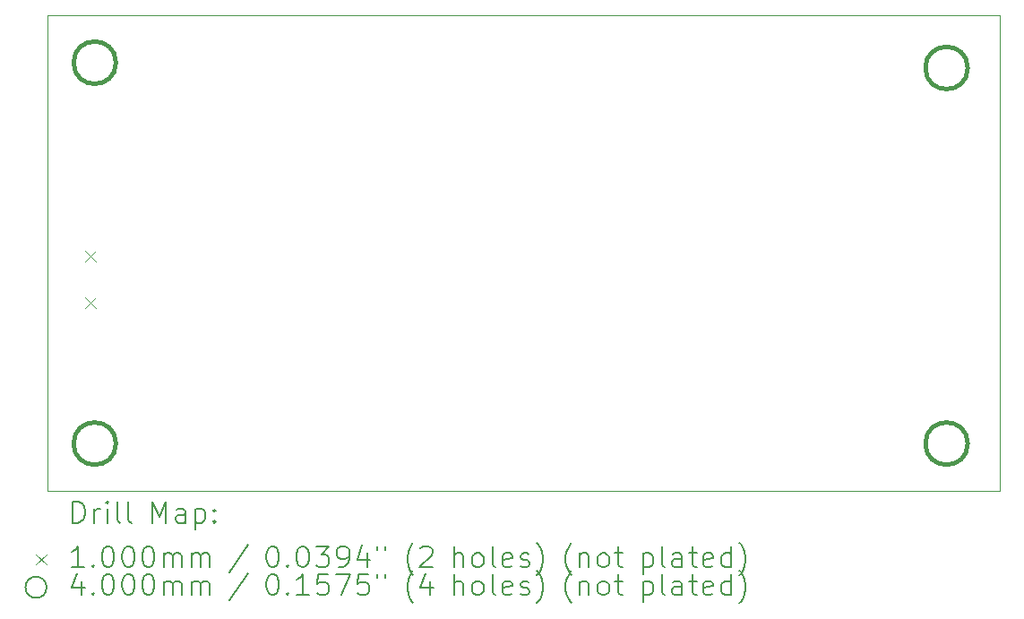
<source format=gbr>
%TF.GenerationSoftware,KiCad,Pcbnew,(7.0.0)*%
%TF.CreationDate,2023-04-21T02:07:05-06:00*%
%TF.ProjectId,Phase_B_ATMEGA_v3,50686173-655f-4425-9f41-544d4547415f,rev?*%
%TF.SameCoordinates,Original*%
%TF.FileFunction,Drillmap*%
%TF.FilePolarity,Positive*%
%FSLAX45Y45*%
G04 Gerber Fmt 4.5, Leading zero omitted, Abs format (unit mm)*
G04 Created by KiCad (PCBNEW (7.0.0)) date 2023-04-21 02:07:05*
%MOMM*%
%LPD*%
G01*
G04 APERTURE LIST*
%ADD10C,0.100000*%
%ADD11C,0.200000*%
%ADD12C,0.400000*%
G04 APERTURE END LIST*
D10*
X5607500Y-4980000D02*
X14607500Y-4980000D01*
X14607500Y-4980000D02*
X14607500Y-9480000D01*
X14607500Y-9480000D02*
X5607500Y-9480000D01*
X5607500Y-9480000D02*
X5607500Y-4980000D01*
D11*
D10*
X5965000Y-7210000D02*
X6065000Y-7310000D01*
X6065000Y-7210000D02*
X5965000Y-7310000D01*
X5965000Y-7650000D02*
X6065000Y-7750000D01*
X6065000Y-7650000D02*
X5965000Y-7750000D01*
D12*
X6257500Y-5430000D02*
G75*
G03*
X6257500Y-5430000I-200000J0D01*
G01*
X6257500Y-9030000D02*
G75*
G03*
X6257500Y-9030000I-200000J0D01*
G01*
X14307500Y-5480000D02*
G75*
G03*
X14307500Y-5480000I-200000J0D01*
G01*
X14307500Y-9030000D02*
G75*
G03*
X14307500Y-9030000I-200000J0D01*
G01*
D11*
X5850119Y-9778476D02*
X5850119Y-9578476D01*
X5850119Y-9578476D02*
X5897738Y-9578476D01*
X5897738Y-9578476D02*
X5926309Y-9588000D01*
X5926309Y-9588000D02*
X5945357Y-9607048D01*
X5945357Y-9607048D02*
X5954881Y-9626095D01*
X5954881Y-9626095D02*
X5964405Y-9664190D01*
X5964405Y-9664190D02*
X5964405Y-9692762D01*
X5964405Y-9692762D02*
X5954881Y-9730857D01*
X5954881Y-9730857D02*
X5945357Y-9749905D01*
X5945357Y-9749905D02*
X5926309Y-9768952D01*
X5926309Y-9768952D02*
X5897738Y-9778476D01*
X5897738Y-9778476D02*
X5850119Y-9778476D01*
X6050119Y-9778476D02*
X6050119Y-9645143D01*
X6050119Y-9683238D02*
X6059643Y-9664190D01*
X6059643Y-9664190D02*
X6069167Y-9654667D01*
X6069167Y-9654667D02*
X6088214Y-9645143D01*
X6088214Y-9645143D02*
X6107262Y-9645143D01*
X6173928Y-9778476D02*
X6173928Y-9645143D01*
X6173928Y-9578476D02*
X6164405Y-9588000D01*
X6164405Y-9588000D02*
X6173928Y-9597524D01*
X6173928Y-9597524D02*
X6183452Y-9588000D01*
X6183452Y-9588000D02*
X6173928Y-9578476D01*
X6173928Y-9578476D02*
X6173928Y-9597524D01*
X6297738Y-9778476D02*
X6278690Y-9768952D01*
X6278690Y-9768952D02*
X6269167Y-9749905D01*
X6269167Y-9749905D02*
X6269167Y-9578476D01*
X6402500Y-9778476D02*
X6383452Y-9768952D01*
X6383452Y-9768952D02*
X6373928Y-9749905D01*
X6373928Y-9749905D02*
X6373928Y-9578476D01*
X6598690Y-9778476D02*
X6598690Y-9578476D01*
X6598690Y-9578476D02*
X6665357Y-9721333D01*
X6665357Y-9721333D02*
X6732024Y-9578476D01*
X6732024Y-9578476D02*
X6732024Y-9778476D01*
X6912976Y-9778476D02*
X6912976Y-9673714D01*
X6912976Y-9673714D02*
X6903452Y-9654667D01*
X6903452Y-9654667D02*
X6884405Y-9645143D01*
X6884405Y-9645143D02*
X6846309Y-9645143D01*
X6846309Y-9645143D02*
X6827262Y-9654667D01*
X6912976Y-9768952D02*
X6893928Y-9778476D01*
X6893928Y-9778476D02*
X6846309Y-9778476D01*
X6846309Y-9778476D02*
X6827262Y-9768952D01*
X6827262Y-9768952D02*
X6817738Y-9749905D01*
X6817738Y-9749905D02*
X6817738Y-9730857D01*
X6817738Y-9730857D02*
X6827262Y-9711810D01*
X6827262Y-9711810D02*
X6846309Y-9702286D01*
X6846309Y-9702286D02*
X6893928Y-9702286D01*
X6893928Y-9702286D02*
X6912976Y-9692762D01*
X7008214Y-9645143D02*
X7008214Y-9845143D01*
X7008214Y-9654667D02*
X7027262Y-9645143D01*
X7027262Y-9645143D02*
X7065357Y-9645143D01*
X7065357Y-9645143D02*
X7084405Y-9654667D01*
X7084405Y-9654667D02*
X7093928Y-9664190D01*
X7093928Y-9664190D02*
X7103452Y-9683238D01*
X7103452Y-9683238D02*
X7103452Y-9740381D01*
X7103452Y-9740381D02*
X7093928Y-9759429D01*
X7093928Y-9759429D02*
X7084405Y-9768952D01*
X7084405Y-9768952D02*
X7065357Y-9778476D01*
X7065357Y-9778476D02*
X7027262Y-9778476D01*
X7027262Y-9778476D02*
X7008214Y-9768952D01*
X7189167Y-9759429D02*
X7198690Y-9768952D01*
X7198690Y-9768952D02*
X7189167Y-9778476D01*
X7189167Y-9778476D02*
X7179643Y-9768952D01*
X7179643Y-9768952D02*
X7189167Y-9759429D01*
X7189167Y-9759429D02*
X7189167Y-9778476D01*
X7189167Y-9654667D02*
X7198690Y-9664190D01*
X7198690Y-9664190D02*
X7189167Y-9673714D01*
X7189167Y-9673714D02*
X7179643Y-9664190D01*
X7179643Y-9664190D02*
X7189167Y-9654667D01*
X7189167Y-9654667D02*
X7189167Y-9673714D01*
D10*
X5502500Y-10075000D02*
X5602500Y-10175000D01*
X5602500Y-10075000D02*
X5502500Y-10175000D01*
D11*
X5954881Y-10198476D02*
X5840595Y-10198476D01*
X5897738Y-10198476D02*
X5897738Y-9998476D01*
X5897738Y-9998476D02*
X5878690Y-10027048D01*
X5878690Y-10027048D02*
X5859643Y-10046095D01*
X5859643Y-10046095D02*
X5840595Y-10055619D01*
X6040595Y-10179429D02*
X6050119Y-10188952D01*
X6050119Y-10188952D02*
X6040595Y-10198476D01*
X6040595Y-10198476D02*
X6031071Y-10188952D01*
X6031071Y-10188952D02*
X6040595Y-10179429D01*
X6040595Y-10179429D02*
X6040595Y-10198476D01*
X6173928Y-9998476D02*
X6192976Y-9998476D01*
X6192976Y-9998476D02*
X6212024Y-10008000D01*
X6212024Y-10008000D02*
X6221548Y-10017524D01*
X6221548Y-10017524D02*
X6231071Y-10036571D01*
X6231071Y-10036571D02*
X6240595Y-10074667D01*
X6240595Y-10074667D02*
X6240595Y-10122286D01*
X6240595Y-10122286D02*
X6231071Y-10160381D01*
X6231071Y-10160381D02*
X6221548Y-10179429D01*
X6221548Y-10179429D02*
X6212024Y-10188952D01*
X6212024Y-10188952D02*
X6192976Y-10198476D01*
X6192976Y-10198476D02*
X6173928Y-10198476D01*
X6173928Y-10198476D02*
X6154881Y-10188952D01*
X6154881Y-10188952D02*
X6145357Y-10179429D01*
X6145357Y-10179429D02*
X6135833Y-10160381D01*
X6135833Y-10160381D02*
X6126309Y-10122286D01*
X6126309Y-10122286D02*
X6126309Y-10074667D01*
X6126309Y-10074667D02*
X6135833Y-10036571D01*
X6135833Y-10036571D02*
X6145357Y-10017524D01*
X6145357Y-10017524D02*
X6154881Y-10008000D01*
X6154881Y-10008000D02*
X6173928Y-9998476D01*
X6364405Y-9998476D02*
X6383452Y-9998476D01*
X6383452Y-9998476D02*
X6402500Y-10008000D01*
X6402500Y-10008000D02*
X6412024Y-10017524D01*
X6412024Y-10017524D02*
X6421548Y-10036571D01*
X6421548Y-10036571D02*
X6431071Y-10074667D01*
X6431071Y-10074667D02*
X6431071Y-10122286D01*
X6431071Y-10122286D02*
X6421548Y-10160381D01*
X6421548Y-10160381D02*
X6412024Y-10179429D01*
X6412024Y-10179429D02*
X6402500Y-10188952D01*
X6402500Y-10188952D02*
X6383452Y-10198476D01*
X6383452Y-10198476D02*
X6364405Y-10198476D01*
X6364405Y-10198476D02*
X6345357Y-10188952D01*
X6345357Y-10188952D02*
X6335833Y-10179429D01*
X6335833Y-10179429D02*
X6326309Y-10160381D01*
X6326309Y-10160381D02*
X6316786Y-10122286D01*
X6316786Y-10122286D02*
X6316786Y-10074667D01*
X6316786Y-10074667D02*
X6326309Y-10036571D01*
X6326309Y-10036571D02*
X6335833Y-10017524D01*
X6335833Y-10017524D02*
X6345357Y-10008000D01*
X6345357Y-10008000D02*
X6364405Y-9998476D01*
X6554881Y-9998476D02*
X6573929Y-9998476D01*
X6573929Y-9998476D02*
X6592976Y-10008000D01*
X6592976Y-10008000D02*
X6602500Y-10017524D01*
X6602500Y-10017524D02*
X6612024Y-10036571D01*
X6612024Y-10036571D02*
X6621548Y-10074667D01*
X6621548Y-10074667D02*
X6621548Y-10122286D01*
X6621548Y-10122286D02*
X6612024Y-10160381D01*
X6612024Y-10160381D02*
X6602500Y-10179429D01*
X6602500Y-10179429D02*
X6592976Y-10188952D01*
X6592976Y-10188952D02*
X6573929Y-10198476D01*
X6573929Y-10198476D02*
X6554881Y-10198476D01*
X6554881Y-10198476D02*
X6535833Y-10188952D01*
X6535833Y-10188952D02*
X6526309Y-10179429D01*
X6526309Y-10179429D02*
X6516786Y-10160381D01*
X6516786Y-10160381D02*
X6507262Y-10122286D01*
X6507262Y-10122286D02*
X6507262Y-10074667D01*
X6507262Y-10074667D02*
X6516786Y-10036571D01*
X6516786Y-10036571D02*
X6526309Y-10017524D01*
X6526309Y-10017524D02*
X6535833Y-10008000D01*
X6535833Y-10008000D02*
X6554881Y-9998476D01*
X6707262Y-10198476D02*
X6707262Y-10065143D01*
X6707262Y-10084190D02*
X6716786Y-10074667D01*
X6716786Y-10074667D02*
X6735833Y-10065143D01*
X6735833Y-10065143D02*
X6764405Y-10065143D01*
X6764405Y-10065143D02*
X6783452Y-10074667D01*
X6783452Y-10074667D02*
X6792976Y-10093714D01*
X6792976Y-10093714D02*
X6792976Y-10198476D01*
X6792976Y-10093714D02*
X6802500Y-10074667D01*
X6802500Y-10074667D02*
X6821548Y-10065143D01*
X6821548Y-10065143D02*
X6850119Y-10065143D01*
X6850119Y-10065143D02*
X6869167Y-10074667D01*
X6869167Y-10074667D02*
X6878690Y-10093714D01*
X6878690Y-10093714D02*
X6878690Y-10198476D01*
X6973929Y-10198476D02*
X6973929Y-10065143D01*
X6973929Y-10084190D02*
X6983452Y-10074667D01*
X6983452Y-10074667D02*
X7002500Y-10065143D01*
X7002500Y-10065143D02*
X7031071Y-10065143D01*
X7031071Y-10065143D02*
X7050119Y-10074667D01*
X7050119Y-10074667D02*
X7059643Y-10093714D01*
X7059643Y-10093714D02*
X7059643Y-10198476D01*
X7059643Y-10093714D02*
X7069167Y-10074667D01*
X7069167Y-10074667D02*
X7088214Y-10065143D01*
X7088214Y-10065143D02*
X7116786Y-10065143D01*
X7116786Y-10065143D02*
X7135833Y-10074667D01*
X7135833Y-10074667D02*
X7145357Y-10093714D01*
X7145357Y-10093714D02*
X7145357Y-10198476D01*
X7503452Y-9988952D02*
X7332024Y-10246095D01*
X7728214Y-9998476D02*
X7747262Y-9998476D01*
X7747262Y-9998476D02*
X7766310Y-10008000D01*
X7766310Y-10008000D02*
X7775833Y-10017524D01*
X7775833Y-10017524D02*
X7785357Y-10036571D01*
X7785357Y-10036571D02*
X7794881Y-10074667D01*
X7794881Y-10074667D02*
X7794881Y-10122286D01*
X7794881Y-10122286D02*
X7785357Y-10160381D01*
X7785357Y-10160381D02*
X7775833Y-10179429D01*
X7775833Y-10179429D02*
X7766310Y-10188952D01*
X7766310Y-10188952D02*
X7747262Y-10198476D01*
X7747262Y-10198476D02*
X7728214Y-10198476D01*
X7728214Y-10198476D02*
X7709167Y-10188952D01*
X7709167Y-10188952D02*
X7699643Y-10179429D01*
X7699643Y-10179429D02*
X7690119Y-10160381D01*
X7690119Y-10160381D02*
X7680595Y-10122286D01*
X7680595Y-10122286D02*
X7680595Y-10074667D01*
X7680595Y-10074667D02*
X7690119Y-10036571D01*
X7690119Y-10036571D02*
X7699643Y-10017524D01*
X7699643Y-10017524D02*
X7709167Y-10008000D01*
X7709167Y-10008000D02*
X7728214Y-9998476D01*
X7880595Y-10179429D02*
X7890119Y-10188952D01*
X7890119Y-10188952D02*
X7880595Y-10198476D01*
X7880595Y-10198476D02*
X7871071Y-10188952D01*
X7871071Y-10188952D02*
X7880595Y-10179429D01*
X7880595Y-10179429D02*
X7880595Y-10198476D01*
X8013929Y-9998476D02*
X8032976Y-9998476D01*
X8032976Y-9998476D02*
X8052024Y-10008000D01*
X8052024Y-10008000D02*
X8061548Y-10017524D01*
X8061548Y-10017524D02*
X8071071Y-10036571D01*
X8071071Y-10036571D02*
X8080595Y-10074667D01*
X8080595Y-10074667D02*
X8080595Y-10122286D01*
X8080595Y-10122286D02*
X8071071Y-10160381D01*
X8071071Y-10160381D02*
X8061548Y-10179429D01*
X8061548Y-10179429D02*
X8052024Y-10188952D01*
X8052024Y-10188952D02*
X8032976Y-10198476D01*
X8032976Y-10198476D02*
X8013929Y-10198476D01*
X8013929Y-10198476D02*
X7994881Y-10188952D01*
X7994881Y-10188952D02*
X7985357Y-10179429D01*
X7985357Y-10179429D02*
X7975833Y-10160381D01*
X7975833Y-10160381D02*
X7966310Y-10122286D01*
X7966310Y-10122286D02*
X7966310Y-10074667D01*
X7966310Y-10074667D02*
X7975833Y-10036571D01*
X7975833Y-10036571D02*
X7985357Y-10017524D01*
X7985357Y-10017524D02*
X7994881Y-10008000D01*
X7994881Y-10008000D02*
X8013929Y-9998476D01*
X8147262Y-9998476D02*
X8271071Y-9998476D01*
X8271071Y-9998476D02*
X8204405Y-10074667D01*
X8204405Y-10074667D02*
X8232976Y-10074667D01*
X8232976Y-10074667D02*
X8252024Y-10084190D01*
X8252024Y-10084190D02*
X8261548Y-10093714D01*
X8261548Y-10093714D02*
X8271071Y-10112762D01*
X8271071Y-10112762D02*
X8271071Y-10160381D01*
X8271071Y-10160381D02*
X8261548Y-10179429D01*
X8261548Y-10179429D02*
X8252024Y-10188952D01*
X8252024Y-10188952D02*
X8232976Y-10198476D01*
X8232976Y-10198476D02*
X8175833Y-10198476D01*
X8175833Y-10198476D02*
X8156786Y-10188952D01*
X8156786Y-10188952D02*
X8147262Y-10179429D01*
X8366310Y-10198476D02*
X8404405Y-10198476D01*
X8404405Y-10198476D02*
X8423453Y-10188952D01*
X8423453Y-10188952D02*
X8432976Y-10179429D01*
X8432976Y-10179429D02*
X8452024Y-10150857D01*
X8452024Y-10150857D02*
X8461548Y-10112762D01*
X8461548Y-10112762D02*
X8461548Y-10036571D01*
X8461548Y-10036571D02*
X8452024Y-10017524D01*
X8452024Y-10017524D02*
X8442500Y-10008000D01*
X8442500Y-10008000D02*
X8423453Y-9998476D01*
X8423453Y-9998476D02*
X8385357Y-9998476D01*
X8385357Y-9998476D02*
X8366310Y-10008000D01*
X8366310Y-10008000D02*
X8356786Y-10017524D01*
X8356786Y-10017524D02*
X8347262Y-10036571D01*
X8347262Y-10036571D02*
X8347262Y-10084190D01*
X8347262Y-10084190D02*
X8356786Y-10103238D01*
X8356786Y-10103238D02*
X8366310Y-10112762D01*
X8366310Y-10112762D02*
X8385357Y-10122286D01*
X8385357Y-10122286D02*
X8423453Y-10122286D01*
X8423453Y-10122286D02*
X8442500Y-10112762D01*
X8442500Y-10112762D02*
X8452024Y-10103238D01*
X8452024Y-10103238D02*
X8461548Y-10084190D01*
X8632976Y-10065143D02*
X8632976Y-10198476D01*
X8585357Y-9988952D02*
X8537738Y-10131810D01*
X8537738Y-10131810D02*
X8661548Y-10131810D01*
X8728214Y-9998476D02*
X8728214Y-10036571D01*
X8804405Y-9998476D02*
X8804405Y-10036571D01*
X9067262Y-10274667D02*
X9057738Y-10265143D01*
X9057738Y-10265143D02*
X9038691Y-10236571D01*
X9038691Y-10236571D02*
X9029167Y-10217524D01*
X9029167Y-10217524D02*
X9019643Y-10188952D01*
X9019643Y-10188952D02*
X9010119Y-10141333D01*
X9010119Y-10141333D02*
X9010119Y-10103238D01*
X9010119Y-10103238D02*
X9019643Y-10055619D01*
X9019643Y-10055619D02*
X9029167Y-10027048D01*
X9029167Y-10027048D02*
X9038691Y-10008000D01*
X9038691Y-10008000D02*
X9057738Y-9979429D01*
X9057738Y-9979429D02*
X9067262Y-9969905D01*
X9133929Y-10017524D02*
X9143453Y-10008000D01*
X9143453Y-10008000D02*
X9162500Y-9998476D01*
X9162500Y-9998476D02*
X9210119Y-9998476D01*
X9210119Y-9998476D02*
X9229167Y-10008000D01*
X9229167Y-10008000D02*
X9238691Y-10017524D01*
X9238691Y-10017524D02*
X9248214Y-10036571D01*
X9248214Y-10036571D02*
X9248214Y-10055619D01*
X9248214Y-10055619D02*
X9238691Y-10084190D01*
X9238691Y-10084190D02*
X9124405Y-10198476D01*
X9124405Y-10198476D02*
X9248214Y-10198476D01*
X9453929Y-10198476D02*
X9453929Y-9998476D01*
X9539643Y-10198476D02*
X9539643Y-10093714D01*
X9539643Y-10093714D02*
X9530119Y-10074667D01*
X9530119Y-10074667D02*
X9511072Y-10065143D01*
X9511072Y-10065143D02*
X9482500Y-10065143D01*
X9482500Y-10065143D02*
X9463453Y-10074667D01*
X9463453Y-10074667D02*
X9453929Y-10084190D01*
X9663453Y-10198476D02*
X9644405Y-10188952D01*
X9644405Y-10188952D02*
X9634881Y-10179429D01*
X9634881Y-10179429D02*
X9625357Y-10160381D01*
X9625357Y-10160381D02*
X9625357Y-10103238D01*
X9625357Y-10103238D02*
X9634881Y-10084190D01*
X9634881Y-10084190D02*
X9644405Y-10074667D01*
X9644405Y-10074667D02*
X9663453Y-10065143D01*
X9663453Y-10065143D02*
X9692024Y-10065143D01*
X9692024Y-10065143D02*
X9711072Y-10074667D01*
X9711072Y-10074667D02*
X9720595Y-10084190D01*
X9720595Y-10084190D02*
X9730119Y-10103238D01*
X9730119Y-10103238D02*
X9730119Y-10160381D01*
X9730119Y-10160381D02*
X9720595Y-10179429D01*
X9720595Y-10179429D02*
X9711072Y-10188952D01*
X9711072Y-10188952D02*
X9692024Y-10198476D01*
X9692024Y-10198476D02*
X9663453Y-10198476D01*
X9844405Y-10198476D02*
X9825357Y-10188952D01*
X9825357Y-10188952D02*
X9815834Y-10169905D01*
X9815834Y-10169905D02*
X9815834Y-9998476D01*
X9996786Y-10188952D02*
X9977738Y-10198476D01*
X9977738Y-10198476D02*
X9939643Y-10198476D01*
X9939643Y-10198476D02*
X9920595Y-10188952D01*
X9920595Y-10188952D02*
X9911072Y-10169905D01*
X9911072Y-10169905D02*
X9911072Y-10093714D01*
X9911072Y-10093714D02*
X9920595Y-10074667D01*
X9920595Y-10074667D02*
X9939643Y-10065143D01*
X9939643Y-10065143D02*
X9977738Y-10065143D01*
X9977738Y-10065143D02*
X9996786Y-10074667D01*
X9996786Y-10074667D02*
X10006310Y-10093714D01*
X10006310Y-10093714D02*
X10006310Y-10112762D01*
X10006310Y-10112762D02*
X9911072Y-10131810D01*
X10082500Y-10188952D02*
X10101548Y-10198476D01*
X10101548Y-10198476D02*
X10139643Y-10198476D01*
X10139643Y-10198476D02*
X10158691Y-10188952D01*
X10158691Y-10188952D02*
X10168215Y-10169905D01*
X10168215Y-10169905D02*
X10168215Y-10160381D01*
X10168215Y-10160381D02*
X10158691Y-10141333D01*
X10158691Y-10141333D02*
X10139643Y-10131810D01*
X10139643Y-10131810D02*
X10111072Y-10131810D01*
X10111072Y-10131810D02*
X10092024Y-10122286D01*
X10092024Y-10122286D02*
X10082500Y-10103238D01*
X10082500Y-10103238D02*
X10082500Y-10093714D01*
X10082500Y-10093714D02*
X10092024Y-10074667D01*
X10092024Y-10074667D02*
X10111072Y-10065143D01*
X10111072Y-10065143D02*
X10139643Y-10065143D01*
X10139643Y-10065143D02*
X10158691Y-10074667D01*
X10234881Y-10274667D02*
X10244405Y-10265143D01*
X10244405Y-10265143D02*
X10263453Y-10236571D01*
X10263453Y-10236571D02*
X10272976Y-10217524D01*
X10272976Y-10217524D02*
X10282500Y-10188952D01*
X10282500Y-10188952D02*
X10292024Y-10141333D01*
X10292024Y-10141333D02*
X10292024Y-10103238D01*
X10292024Y-10103238D02*
X10282500Y-10055619D01*
X10282500Y-10055619D02*
X10272976Y-10027048D01*
X10272976Y-10027048D02*
X10263453Y-10008000D01*
X10263453Y-10008000D02*
X10244405Y-9979429D01*
X10244405Y-9979429D02*
X10234881Y-9969905D01*
X10564405Y-10274667D02*
X10554881Y-10265143D01*
X10554881Y-10265143D02*
X10535834Y-10236571D01*
X10535834Y-10236571D02*
X10526310Y-10217524D01*
X10526310Y-10217524D02*
X10516786Y-10188952D01*
X10516786Y-10188952D02*
X10507262Y-10141333D01*
X10507262Y-10141333D02*
X10507262Y-10103238D01*
X10507262Y-10103238D02*
X10516786Y-10055619D01*
X10516786Y-10055619D02*
X10526310Y-10027048D01*
X10526310Y-10027048D02*
X10535834Y-10008000D01*
X10535834Y-10008000D02*
X10554881Y-9979429D01*
X10554881Y-9979429D02*
X10564405Y-9969905D01*
X10640595Y-10065143D02*
X10640595Y-10198476D01*
X10640595Y-10084190D02*
X10650119Y-10074667D01*
X10650119Y-10074667D02*
X10669167Y-10065143D01*
X10669167Y-10065143D02*
X10697738Y-10065143D01*
X10697738Y-10065143D02*
X10716786Y-10074667D01*
X10716786Y-10074667D02*
X10726310Y-10093714D01*
X10726310Y-10093714D02*
X10726310Y-10198476D01*
X10850119Y-10198476D02*
X10831072Y-10188952D01*
X10831072Y-10188952D02*
X10821548Y-10179429D01*
X10821548Y-10179429D02*
X10812024Y-10160381D01*
X10812024Y-10160381D02*
X10812024Y-10103238D01*
X10812024Y-10103238D02*
X10821548Y-10084190D01*
X10821548Y-10084190D02*
X10831072Y-10074667D01*
X10831072Y-10074667D02*
X10850119Y-10065143D01*
X10850119Y-10065143D02*
X10878691Y-10065143D01*
X10878691Y-10065143D02*
X10897738Y-10074667D01*
X10897738Y-10074667D02*
X10907262Y-10084190D01*
X10907262Y-10084190D02*
X10916786Y-10103238D01*
X10916786Y-10103238D02*
X10916786Y-10160381D01*
X10916786Y-10160381D02*
X10907262Y-10179429D01*
X10907262Y-10179429D02*
X10897738Y-10188952D01*
X10897738Y-10188952D02*
X10878691Y-10198476D01*
X10878691Y-10198476D02*
X10850119Y-10198476D01*
X10973929Y-10065143D02*
X11050119Y-10065143D01*
X11002500Y-9998476D02*
X11002500Y-10169905D01*
X11002500Y-10169905D02*
X11012024Y-10188952D01*
X11012024Y-10188952D02*
X11031072Y-10198476D01*
X11031072Y-10198476D02*
X11050119Y-10198476D01*
X11236786Y-10065143D02*
X11236786Y-10265143D01*
X11236786Y-10074667D02*
X11255833Y-10065143D01*
X11255833Y-10065143D02*
X11293929Y-10065143D01*
X11293929Y-10065143D02*
X11312976Y-10074667D01*
X11312976Y-10074667D02*
X11322500Y-10084190D01*
X11322500Y-10084190D02*
X11332024Y-10103238D01*
X11332024Y-10103238D02*
X11332024Y-10160381D01*
X11332024Y-10160381D02*
X11322500Y-10179429D01*
X11322500Y-10179429D02*
X11312976Y-10188952D01*
X11312976Y-10188952D02*
X11293929Y-10198476D01*
X11293929Y-10198476D02*
X11255833Y-10198476D01*
X11255833Y-10198476D02*
X11236786Y-10188952D01*
X11446310Y-10198476D02*
X11427262Y-10188952D01*
X11427262Y-10188952D02*
X11417738Y-10169905D01*
X11417738Y-10169905D02*
X11417738Y-9998476D01*
X11608214Y-10198476D02*
X11608214Y-10093714D01*
X11608214Y-10093714D02*
X11598691Y-10074667D01*
X11598691Y-10074667D02*
X11579643Y-10065143D01*
X11579643Y-10065143D02*
X11541548Y-10065143D01*
X11541548Y-10065143D02*
X11522500Y-10074667D01*
X11608214Y-10188952D02*
X11589167Y-10198476D01*
X11589167Y-10198476D02*
X11541548Y-10198476D01*
X11541548Y-10198476D02*
X11522500Y-10188952D01*
X11522500Y-10188952D02*
X11512976Y-10169905D01*
X11512976Y-10169905D02*
X11512976Y-10150857D01*
X11512976Y-10150857D02*
X11522500Y-10131810D01*
X11522500Y-10131810D02*
X11541548Y-10122286D01*
X11541548Y-10122286D02*
X11589167Y-10122286D01*
X11589167Y-10122286D02*
X11608214Y-10112762D01*
X11674881Y-10065143D02*
X11751072Y-10065143D01*
X11703453Y-9998476D02*
X11703453Y-10169905D01*
X11703453Y-10169905D02*
X11712976Y-10188952D01*
X11712976Y-10188952D02*
X11732024Y-10198476D01*
X11732024Y-10198476D02*
X11751072Y-10198476D01*
X11893929Y-10188952D02*
X11874881Y-10198476D01*
X11874881Y-10198476D02*
X11836786Y-10198476D01*
X11836786Y-10198476D02*
X11817738Y-10188952D01*
X11817738Y-10188952D02*
X11808214Y-10169905D01*
X11808214Y-10169905D02*
X11808214Y-10093714D01*
X11808214Y-10093714D02*
X11817738Y-10074667D01*
X11817738Y-10074667D02*
X11836786Y-10065143D01*
X11836786Y-10065143D02*
X11874881Y-10065143D01*
X11874881Y-10065143D02*
X11893929Y-10074667D01*
X11893929Y-10074667D02*
X11903453Y-10093714D01*
X11903453Y-10093714D02*
X11903453Y-10112762D01*
X11903453Y-10112762D02*
X11808214Y-10131810D01*
X12074881Y-10198476D02*
X12074881Y-9998476D01*
X12074881Y-10188952D02*
X12055834Y-10198476D01*
X12055834Y-10198476D02*
X12017738Y-10198476D01*
X12017738Y-10198476D02*
X11998691Y-10188952D01*
X11998691Y-10188952D02*
X11989167Y-10179429D01*
X11989167Y-10179429D02*
X11979643Y-10160381D01*
X11979643Y-10160381D02*
X11979643Y-10103238D01*
X11979643Y-10103238D02*
X11989167Y-10084190D01*
X11989167Y-10084190D02*
X11998691Y-10074667D01*
X11998691Y-10074667D02*
X12017738Y-10065143D01*
X12017738Y-10065143D02*
X12055834Y-10065143D01*
X12055834Y-10065143D02*
X12074881Y-10074667D01*
X12151072Y-10274667D02*
X12160595Y-10265143D01*
X12160595Y-10265143D02*
X12179643Y-10236571D01*
X12179643Y-10236571D02*
X12189167Y-10217524D01*
X12189167Y-10217524D02*
X12198691Y-10188952D01*
X12198691Y-10188952D02*
X12208214Y-10141333D01*
X12208214Y-10141333D02*
X12208214Y-10103238D01*
X12208214Y-10103238D02*
X12198691Y-10055619D01*
X12198691Y-10055619D02*
X12189167Y-10027048D01*
X12189167Y-10027048D02*
X12179643Y-10008000D01*
X12179643Y-10008000D02*
X12160595Y-9979429D01*
X12160595Y-9979429D02*
X12151072Y-9969905D01*
X5602500Y-10389000D02*
G75*
G03*
X5602500Y-10389000I-100000J0D01*
G01*
X5935833Y-10329143D02*
X5935833Y-10462476D01*
X5888214Y-10252952D02*
X5840595Y-10395810D01*
X5840595Y-10395810D02*
X5964405Y-10395810D01*
X6040595Y-10443429D02*
X6050119Y-10452952D01*
X6050119Y-10452952D02*
X6040595Y-10462476D01*
X6040595Y-10462476D02*
X6031071Y-10452952D01*
X6031071Y-10452952D02*
X6040595Y-10443429D01*
X6040595Y-10443429D02*
X6040595Y-10462476D01*
X6173928Y-10262476D02*
X6192976Y-10262476D01*
X6192976Y-10262476D02*
X6212024Y-10272000D01*
X6212024Y-10272000D02*
X6221548Y-10281524D01*
X6221548Y-10281524D02*
X6231071Y-10300571D01*
X6231071Y-10300571D02*
X6240595Y-10338667D01*
X6240595Y-10338667D02*
X6240595Y-10386286D01*
X6240595Y-10386286D02*
X6231071Y-10424381D01*
X6231071Y-10424381D02*
X6221548Y-10443429D01*
X6221548Y-10443429D02*
X6212024Y-10452952D01*
X6212024Y-10452952D02*
X6192976Y-10462476D01*
X6192976Y-10462476D02*
X6173928Y-10462476D01*
X6173928Y-10462476D02*
X6154881Y-10452952D01*
X6154881Y-10452952D02*
X6145357Y-10443429D01*
X6145357Y-10443429D02*
X6135833Y-10424381D01*
X6135833Y-10424381D02*
X6126309Y-10386286D01*
X6126309Y-10386286D02*
X6126309Y-10338667D01*
X6126309Y-10338667D02*
X6135833Y-10300571D01*
X6135833Y-10300571D02*
X6145357Y-10281524D01*
X6145357Y-10281524D02*
X6154881Y-10272000D01*
X6154881Y-10272000D02*
X6173928Y-10262476D01*
X6364405Y-10262476D02*
X6383452Y-10262476D01*
X6383452Y-10262476D02*
X6402500Y-10272000D01*
X6402500Y-10272000D02*
X6412024Y-10281524D01*
X6412024Y-10281524D02*
X6421548Y-10300571D01*
X6421548Y-10300571D02*
X6431071Y-10338667D01*
X6431071Y-10338667D02*
X6431071Y-10386286D01*
X6431071Y-10386286D02*
X6421548Y-10424381D01*
X6421548Y-10424381D02*
X6412024Y-10443429D01*
X6412024Y-10443429D02*
X6402500Y-10452952D01*
X6402500Y-10452952D02*
X6383452Y-10462476D01*
X6383452Y-10462476D02*
X6364405Y-10462476D01*
X6364405Y-10462476D02*
X6345357Y-10452952D01*
X6345357Y-10452952D02*
X6335833Y-10443429D01*
X6335833Y-10443429D02*
X6326309Y-10424381D01*
X6326309Y-10424381D02*
X6316786Y-10386286D01*
X6316786Y-10386286D02*
X6316786Y-10338667D01*
X6316786Y-10338667D02*
X6326309Y-10300571D01*
X6326309Y-10300571D02*
X6335833Y-10281524D01*
X6335833Y-10281524D02*
X6345357Y-10272000D01*
X6345357Y-10272000D02*
X6364405Y-10262476D01*
X6554881Y-10262476D02*
X6573929Y-10262476D01*
X6573929Y-10262476D02*
X6592976Y-10272000D01*
X6592976Y-10272000D02*
X6602500Y-10281524D01*
X6602500Y-10281524D02*
X6612024Y-10300571D01*
X6612024Y-10300571D02*
X6621548Y-10338667D01*
X6621548Y-10338667D02*
X6621548Y-10386286D01*
X6621548Y-10386286D02*
X6612024Y-10424381D01*
X6612024Y-10424381D02*
X6602500Y-10443429D01*
X6602500Y-10443429D02*
X6592976Y-10452952D01*
X6592976Y-10452952D02*
X6573929Y-10462476D01*
X6573929Y-10462476D02*
X6554881Y-10462476D01*
X6554881Y-10462476D02*
X6535833Y-10452952D01*
X6535833Y-10452952D02*
X6526309Y-10443429D01*
X6526309Y-10443429D02*
X6516786Y-10424381D01*
X6516786Y-10424381D02*
X6507262Y-10386286D01*
X6507262Y-10386286D02*
X6507262Y-10338667D01*
X6507262Y-10338667D02*
X6516786Y-10300571D01*
X6516786Y-10300571D02*
X6526309Y-10281524D01*
X6526309Y-10281524D02*
X6535833Y-10272000D01*
X6535833Y-10272000D02*
X6554881Y-10262476D01*
X6707262Y-10462476D02*
X6707262Y-10329143D01*
X6707262Y-10348190D02*
X6716786Y-10338667D01*
X6716786Y-10338667D02*
X6735833Y-10329143D01*
X6735833Y-10329143D02*
X6764405Y-10329143D01*
X6764405Y-10329143D02*
X6783452Y-10338667D01*
X6783452Y-10338667D02*
X6792976Y-10357714D01*
X6792976Y-10357714D02*
X6792976Y-10462476D01*
X6792976Y-10357714D02*
X6802500Y-10338667D01*
X6802500Y-10338667D02*
X6821548Y-10329143D01*
X6821548Y-10329143D02*
X6850119Y-10329143D01*
X6850119Y-10329143D02*
X6869167Y-10338667D01*
X6869167Y-10338667D02*
X6878690Y-10357714D01*
X6878690Y-10357714D02*
X6878690Y-10462476D01*
X6973929Y-10462476D02*
X6973929Y-10329143D01*
X6973929Y-10348190D02*
X6983452Y-10338667D01*
X6983452Y-10338667D02*
X7002500Y-10329143D01*
X7002500Y-10329143D02*
X7031071Y-10329143D01*
X7031071Y-10329143D02*
X7050119Y-10338667D01*
X7050119Y-10338667D02*
X7059643Y-10357714D01*
X7059643Y-10357714D02*
X7059643Y-10462476D01*
X7059643Y-10357714D02*
X7069167Y-10338667D01*
X7069167Y-10338667D02*
X7088214Y-10329143D01*
X7088214Y-10329143D02*
X7116786Y-10329143D01*
X7116786Y-10329143D02*
X7135833Y-10338667D01*
X7135833Y-10338667D02*
X7145357Y-10357714D01*
X7145357Y-10357714D02*
X7145357Y-10462476D01*
X7503452Y-10252952D02*
X7332024Y-10510095D01*
X7728214Y-10262476D02*
X7747262Y-10262476D01*
X7747262Y-10262476D02*
X7766310Y-10272000D01*
X7766310Y-10272000D02*
X7775833Y-10281524D01*
X7775833Y-10281524D02*
X7785357Y-10300571D01*
X7785357Y-10300571D02*
X7794881Y-10338667D01*
X7794881Y-10338667D02*
X7794881Y-10386286D01*
X7794881Y-10386286D02*
X7785357Y-10424381D01*
X7785357Y-10424381D02*
X7775833Y-10443429D01*
X7775833Y-10443429D02*
X7766310Y-10452952D01*
X7766310Y-10452952D02*
X7747262Y-10462476D01*
X7747262Y-10462476D02*
X7728214Y-10462476D01*
X7728214Y-10462476D02*
X7709167Y-10452952D01*
X7709167Y-10452952D02*
X7699643Y-10443429D01*
X7699643Y-10443429D02*
X7690119Y-10424381D01*
X7690119Y-10424381D02*
X7680595Y-10386286D01*
X7680595Y-10386286D02*
X7680595Y-10338667D01*
X7680595Y-10338667D02*
X7690119Y-10300571D01*
X7690119Y-10300571D02*
X7699643Y-10281524D01*
X7699643Y-10281524D02*
X7709167Y-10272000D01*
X7709167Y-10272000D02*
X7728214Y-10262476D01*
X7880595Y-10443429D02*
X7890119Y-10452952D01*
X7890119Y-10452952D02*
X7880595Y-10462476D01*
X7880595Y-10462476D02*
X7871071Y-10452952D01*
X7871071Y-10452952D02*
X7880595Y-10443429D01*
X7880595Y-10443429D02*
X7880595Y-10462476D01*
X8080595Y-10462476D02*
X7966310Y-10462476D01*
X8023452Y-10462476D02*
X8023452Y-10262476D01*
X8023452Y-10262476D02*
X8004405Y-10291048D01*
X8004405Y-10291048D02*
X7985357Y-10310095D01*
X7985357Y-10310095D02*
X7966310Y-10319619D01*
X8261548Y-10262476D02*
X8166310Y-10262476D01*
X8166310Y-10262476D02*
X8156786Y-10357714D01*
X8156786Y-10357714D02*
X8166310Y-10348190D01*
X8166310Y-10348190D02*
X8185357Y-10338667D01*
X8185357Y-10338667D02*
X8232976Y-10338667D01*
X8232976Y-10338667D02*
X8252024Y-10348190D01*
X8252024Y-10348190D02*
X8261548Y-10357714D01*
X8261548Y-10357714D02*
X8271071Y-10376762D01*
X8271071Y-10376762D02*
X8271071Y-10424381D01*
X8271071Y-10424381D02*
X8261548Y-10443429D01*
X8261548Y-10443429D02*
X8252024Y-10452952D01*
X8252024Y-10452952D02*
X8232976Y-10462476D01*
X8232976Y-10462476D02*
X8185357Y-10462476D01*
X8185357Y-10462476D02*
X8166310Y-10452952D01*
X8166310Y-10452952D02*
X8156786Y-10443429D01*
X8337738Y-10262476D02*
X8471072Y-10262476D01*
X8471072Y-10262476D02*
X8385357Y-10462476D01*
X8642500Y-10262476D02*
X8547262Y-10262476D01*
X8547262Y-10262476D02*
X8537738Y-10357714D01*
X8537738Y-10357714D02*
X8547262Y-10348190D01*
X8547262Y-10348190D02*
X8566310Y-10338667D01*
X8566310Y-10338667D02*
X8613929Y-10338667D01*
X8613929Y-10338667D02*
X8632976Y-10348190D01*
X8632976Y-10348190D02*
X8642500Y-10357714D01*
X8642500Y-10357714D02*
X8652024Y-10376762D01*
X8652024Y-10376762D02*
X8652024Y-10424381D01*
X8652024Y-10424381D02*
X8642500Y-10443429D01*
X8642500Y-10443429D02*
X8632976Y-10452952D01*
X8632976Y-10452952D02*
X8613929Y-10462476D01*
X8613929Y-10462476D02*
X8566310Y-10462476D01*
X8566310Y-10462476D02*
X8547262Y-10452952D01*
X8547262Y-10452952D02*
X8537738Y-10443429D01*
X8728214Y-10262476D02*
X8728214Y-10300571D01*
X8804405Y-10262476D02*
X8804405Y-10300571D01*
X9067262Y-10538667D02*
X9057738Y-10529143D01*
X9057738Y-10529143D02*
X9038691Y-10500571D01*
X9038691Y-10500571D02*
X9029167Y-10481524D01*
X9029167Y-10481524D02*
X9019643Y-10452952D01*
X9019643Y-10452952D02*
X9010119Y-10405333D01*
X9010119Y-10405333D02*
X9010119Y-10367238D01*
X9010119Y-10367238D02*
X9019643Y-10319619D01*
X9019643Y-10319619D02*
X9029167Y-10291048D01*
X9029167Y-10291048D02*
X9038691Y-10272000D01*
X9038691Y-10272000D02*
X9057738Y-10243429D01*
X9057738Y-10243429D02*
X9067262Y-10233905D01*
X9229167Y-10329143D02*
X9229167Y-10462476D01*
X9181548Y-10252952D02*
X9133929Y-10395810D01*
X9133929Y-10395810D02*
X9257738Y-10395810D01*
X9453929Y-10462476D02*
X9453929Y-10262476D01*
X9539643Y-10462476D02*
X9539643Y-10357714D01*
X9539643Y-10357714D02*
X9530119Y-10338667D01*
X9530119Y-10338667D02*
X9511072Y-10329143D01*
X9511072Y-10329143D02*
X9482500Y-10329143D01*
X9482500Y-10329143D02*
X9463453Y-10338667D01*
X9463453Y-10338667D02*
X9453929Y-10348190D01*
X9663453Y-10462476D02*
X9644405Y-10452952D01*
X9644405Y-10452952D02*
X9634881Y-10443429D01*
X9634881Y-10443429D02*
X9625357Y-10424381D01*
X9625357Y-10424381D02*
X9625357Y-10367238D01*
X9625357Y-10367238D02*
X9634881Y-10348190D01*
X9634881Y-10348190D02*
X9644405Y-10338667D01*
X9644405Y-10338667D02*
X9663453Y-10329143D01*
X9663453Y-10329143D02*
X9692024Y-10329143D01*
X9692024Y-10329143D02*
X9711072Y-10338667D01*
X9711072Y-10338667D02*
X9720595Y-10348190D01*
X9720595Y-10348190D02*
X9730119Y-10367238D01*
X9730119Y-10367238D02*
X9730119Y-10424381D01*
X9730119Y-10424381D02*
X9720595Y-10443429D01*
X9720595Y-10443429D02*
X9711072Y-10452952D01*
X9711072Y-10452952D02*
X9692024Y-10462476D01*
X9692024Y-10462476D02*
X9663453Y-10462476D01*
X9844405Y-10462476D02*
X9825357Y-10452952D01*
X9825357Y-10452952D02*
X9815834Y-10433905D01*
X9815834Y-10433905D02*
X9815834Y-10262476D01*
X9996786Y-10452952D02*
X9977738Y-10462476D01*
X9977738Y-10462476D02*
X9939643Y-10462476D01*
X9939643Y-10462476D02*
X9920595Y-10452952D01*
X9920595Y-10452952D02*
X9911072Y-10433905D01*
X9911072Y-10433905D02*
X9911072Y-10357714D01*
X9911072Y-10357714D02*
X9920595Y-10338667D01*
X9920595Y-10338667D02*
X9939643Y-10329143D01*
X9939643Y-10329143D02*
X9977738Y-10329143D01*
X9977738Y-10329143D02*
X9996786Y-10338667D01*
X9996786Y-10338667D02*
X10006310Y-10357714D01*
X10006310Y-10357714D02*
X10006310Y-10376762D01*
X10006310Y-10376762D02*
X9911072Y-10395810D01*
X10082500Y-10452952D02*
X10101548Y-10462476D01*
X10101548Y-10462476D02*
X10139643Y-10462476D01*
X10139643Y-10462476D02*
X10158691Y-10452952D01*
X10158691Y-10452952D02*
X10168215Y-10433905D01*
X10168215Y-10433905D02*
X10168215Y-10424381D01*
X10168215Y-10424381D02*
X10158691Y-10405333D01*
X10158691Y-10405333D02*
X10139643Y-10395810D01*
X10139643Y-10395810D02*
X10111072Y-10395810D01*
X10111072Y-10395810D02*
X10092024Y-10386286D01*
X10092024Y-10386286D02*
X10082500Y-10367238D01*
X10082500Y-10367238D02*
X10082500Y-10357714D01*
X10082500Y-10357714D02*
X10092024Y-10338667D01*
X10092024Y-10338667D02*
X10111072Y-10329143D01*
X10111072Y-10329143D02*
X10139643Y-10329143D01*
X10139643Y-10329143D02*
X10158691Y-10338667D01*
X10234881Y-10538667D02*
X10244405Y-10529143D01*
X10244405Y-10529143D02*
X10263453Y-10500571D01*
X10263453Y-10500571D02*
X10272976Y-10481524D01*
X10272976Y-10481524D02*
X10282500Y-10452952D01*
X10282500Y-10452952D02*
X10292024Y-10405333D01*
X10292024Y-10405333D02*
X10292024Y-10367238D01*
X10292024Y-10367238D02*
X10282500Y-10319619D01*
X10282500Y-10319619D02*
X10272976Y-10291048D01*
X10272976Y-10291048D02*
X10263453Y-10272000D01*
X10263453Y-10272000D02*
X10244405Y-10243429D01*
X10244405Y-10243429D02*
X10234881Y-10233905D01*
X10564405Y-10538667D02*
X10554881Y-10529143D01*
X10554881Y-10529143D02*
X10535834Y-10500571D01*
X10535834Y-10500571D02*
X10526310Y-10481524D01*
X10526310Y-10481524D02*
X10516786Y-10452952D01*
X10516786Y-10452952D02*
X10507262Y-10405333D01*
X10507262Y-10405333D02*
X10507262Y-10367238D01*
X10507262Y-10367238D02*
X10516786Y-10319619D01*
X10516786Y-10319619D02*
X10526310Y-10291048D01*
X10526310Y-10291048D02*
X10535834Y-10272000D01*
X10535834Y-10272000D02*
X10554881Y-10243429D01*
X10554881Y-10243429D02*
X10564405Y-10233905D01*
X10640595Y-10329143D02*
X10640595Y-10462476D01*
X10640595Y-10348190D02*
X10650119Y-10338667D01*
X10650119Y-10338667D02*
X10669167Y-10329143D01*
X10669167Y-10329143D02*
X10697738Y-10329143D01*
X10697738Y-10329143D02*
X10716786Y-10338667D01*
X10716786Y-10338667D02*
X10726310Y-10357714D01*
X10726310Y-10357714D02*
X10726310Y-10462476D01*
X10850119Y-10462476D02*
X10831072Y-10452952D01*
X10831072Y-10452952D02*
X10821548Y-10443429D01*
X10821548Y-10443429D02*
X10812024Y-10424381D01*
X10812024Y-10424381D02*
X10812024Y-10367238D01*
X10812024Y-10367238D02*
X10821548Y-10348190D01*
X10821548Y-10348190D02*
X10831072Y-10338667D01*
X10831072Y-10338667D02*
X10850119Y-10329143D01*
X10850119Y-10329143D02*
X10878691Y-10329143D01*
X10878691Y-10329143D02*
X10897738Y-10338667D01*
X10897738Y-10338667D02*
X10907262Y-10348190D01*
X10907262Y-10348190D02*
X10916786Y-10367238D01*
X10916786Y-10367238D02*
X10916786Y-10424381D01*
X10916786Y-10424381D02*
X10907262Y-10443429D01*
X10907262Y-10443429D02*
X10897738Y-10452952D01*
X10897738Y-10452952D02*
X10878691Y-10462476D01*
X10878691Y-10462476D02*
X10850119Y-10462476D01*
X10973929Y-10329143D02*
X11050119Y-10329143D01*
X11002500Y-10262476D02*
X11002500Y-10433905D01*
X11002500Y-10433905D02*
X11012024Y-10452952D01*
X11012024Y-10452952D02*
X11031072Y-10462476D01*
X11031072Y-10462476D02*
X11050119Y-10462476D01*
X11236786Y-10329143D02*
X11236786Y-10529143D01*
X11236786Y-10338667D02*
X11255833Y-10329143D01*
X11255833Y-10329143D02*
X11293929Y-10329143D01*
X11293929Y-10329143D02*
X11312976Y-10338667D01*
X11312976Y-10338667D02*
X11322500Y-10348190D01*
X11322500Y-10348190D02*
X11332024Y-10367238D01*
X11332024Y-10367238D02*
X11332024Y-10424381D01*
X11332024Y-10424381D02*
X11322500Y-10443429D01*
X11322500Y-10443429D02*
X11312976Y-10452952D01*
X11312976Y-10452952D02*
X11293929Y-10462476D01*
X11293929Y-10462476D02*
X11255833Y-10462476D01*
X11255833Y-10462476D02*
X11236786Y-10452952D01*
X11446310Y-10462476D02*
X11427262Y-10452952D01*
X11427262Y-10452952D02*
X11417738Y-10433905D01*
X11417738Y-10433905D02*
X11417738Y-10262476D01*
X11608214Y-10462476D02*
X11608214Y-10357714D01*
X11608214Y-10357714D02*
X11598691Y-10338667D01*
X11598691Y-10338667D02*
X11579643Y-10329143D01*
X11579643Y-10329143D02*
X11541548Y-10329143D01*
X11541548Y-10329143D02*
X11522500Y-10338667D01*
X11608214Y-10452952D02*
X11589167Y-10462476D01*
X11589167Y-10462476D02*
X11541548Y-10462476D01*
X11541548Y-10462476D02*
X11522500Y-10452952D01*
X11522500Y-10452952D02*
X11512976Y-10433905D01*
X11512976Y-10433905D02*
X11512976Y-10414857D01*
X11512976Y-10414857D02*
X11522500Y-10395810D01*
X11522500Y-10395810D02*
X11541548Y-10386286D01*
X11541548Y-10386286D02*
X11589167Y-10386286D01*
X11589167Y-10386286D02*
X11608214Y-10376762D01*
X11674881Y-10329143D02*
X11751072Y-10329143D01*
X11703453Y-10262476D02*
X11703453Y-10433905D01*
X11703453Y-10433905D02*
X11712976Y-10452952D01*
X11712976Y-10452952D02*
X11732024Y-10462476D01*
X11732024Y-10462476D02*
X11751072Y-10462476D01*
X11893929Y-10452952D02*
X11874881Y-10462476D01*
X11874881Y-10462476D02*
X11836786Y-10462476D01*
X11836786Y-10462476D02*
X11817738Y-10452952D01*
X11817738Y-10452952D02*
X11808214Y-10433905D01*
X11808214Y-10433905D02*
X11808214Y-10357714D01*
X11808214Y-10357714D02*
X11817738Y-10338667D01*
X11817738Y-10338667D02*
X11836786Y-10329143D01*
X11836786Y-10329143D02*
X11874881Y-10329143D01*
X11874881Y-10329143D02*
X11893929Y-10338667D01*
X11893929Y-10338667D02*
X11903453Y-10357714D01*
X11903453Y-10357714D02*
X11903453Y-10376762D01*
X11903453Y-10376762D02*
X11808214Y-10395810D01*
X12074881Y-10462476D02*
X12074881Y-10262476D01*
X12074881Y-10452952D02*
X12055834Y-10462476D01*
X12055834Y-10462476D02*
X12017738Y-10462476D01*
X12017738Y-10462476D02*
X11998691Y-10452952D01*
X11998691Y-10452952D02*
X11989167Y-10443429D01*
X11989167Y-10443429D02*
X11979643Y-10424381D01*
X11979643Y-10424381D02*
X11979643Y-10367238D01*
X11979643Y-10367238D02*
X11989167Y-10348190D01*
X11989167Y-10348190D02*
X11998691Y-10338667D01*
X11998691Y-10338667D02*
X12017738Y-10329143D01*
X12017738Y-10329143D02*
X12055834Y-10329143D01*
X12055834Y-10329143D02*
X12074881Y-10338667D01*
X12151072Y-10538667D02*
X12160595Y-10529143D01*
X12160595Y-10529143D02*
X12179643Y-10500571D01*
X12179643Y-10500571D02*
X12189167Y-10481524D01*
X12189167Y-10481524D02*
X12198691Y-10452952D01*
X12198691Y-10452952D02*
X12208214Y-10405333D01*
X12208214Y-10405333D02*
X12208214Y-10367238D01*
X12208214Y-10367238D02*
X12198691Y-10319619D01*
X12198691Y-10319619D02*
X12189167Y-10291048D01*
X12189167Y-10291048D02*
X12179643Y-10272000D01*
X12179643Y-10272000D02*
X12160595Y-10243429D01*
X12160595Y-10243429D02*
X12151072Y-10233905D01*
M02*

</source>
